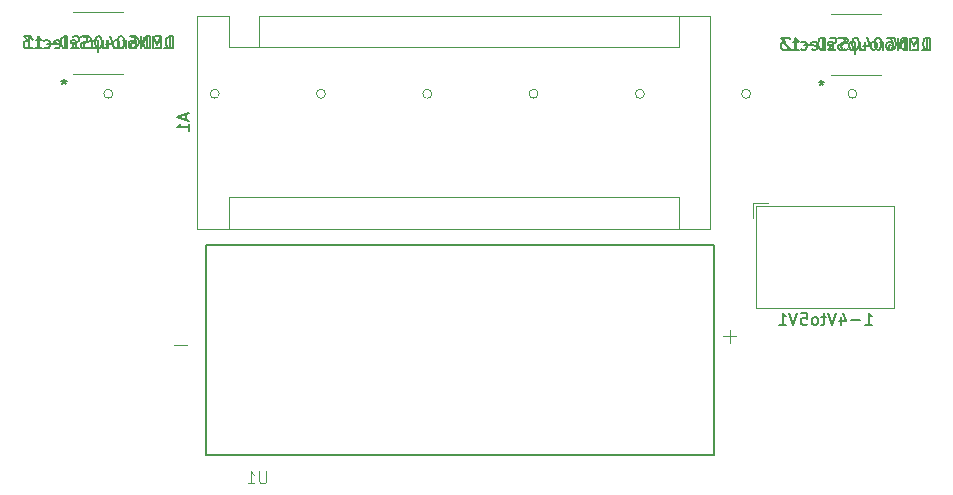
<source format=gbo>
G04 #@! TF.GenerationSoftware,KiCad,Pcbnew,(5.1.10)-1*
G04 #@! TF.CreationDate,2021-10-21T10:26:48-07:00*
G04 #@! TF.ProjectId,1spareparts,31737061-7265-4706-9172-74732e6b6963,rev?*
G04 #@! TF.SameCoordinates,Original*
G04 #@! TF.FileFunction,Legend,Bot*
G04 #@! TF.FilePolarity,Positive*
%FSLAX46Y46*%
G04 Gerber Fmt 4.6, Leading zero omitted, Abs format (unit mm)*
G04 Created by KiCad (PCBNEW (5.1.10)-1) date 2021-10-21 10:26:48*
%MOMM*%
%LPD*%
G01*
G04 APERTURE LIST*
%ADD10C,0.120000*%
%ADD11C,0.127000*%
%ADD12C,0.150000*%
%ADD13C,0.015000*%
G04 APERTURE END LIST*
D10*
X115796598Y-88328500D02*
X111580198Y-88328500D01*
X111580198Y-83121500D02*
X115796598Y-83121500D01*
D11*
X122772000Y-120650000D02*
X165772000Y-120650000D01*
X122772000Y-102870000D02*
X122772000Y-120650000D01*
X165772000Y-102870000D02*
X122772000Y-102870000D01*
X165772000Y-120650000D02*
X165772000Y-102870000D01*
D10*
X127254000Y-86106000D02*
X124714000Y-86106000D01*
X124714000Y-86106000D02*
X124714000Y-83436000D01*
X127254000Y-83436000D02*
X165484000Y-83436000D01*
X122044000Y-83436000D02*
X124714000Y-83436000D01*
X124714000Y-98806000D02*
X124714000Y-101476000D01*
X124714000Y-98806000D02*
X162814000Y-98806000D01*
X162814000Y-98806000D02*
X162814000Y-101476000D01*
X127254000Y-86106000D02*
X127254000Y-83436000D01*
X127254000Y-86106000D02*
X162814000Y-86106000D01*
X162814000Y-86106000D02*
X162814000Y-83436000D01*
X165484000Y-83436000D02*
X165484000Y-101476000D01*
X165484000Y-101476000D02*
X122044000Y-101476000D01*
X122044000Y-101476000D02*
X122044000Y-83436000D01*
X169109000Y-99300000D02*
X170349000Y-99300000D01*
X169109000Y-100540000D02*
X169109000Y-99300000D01*
X181070000Y-108160000D02*
X181070000Y-99540000D01*
X169349000Y-108160000D02*
X169349000Y-99540000D01*
X169349000Y-99540000D02*
X181070000Y-99540000D01*
X169349000Y-108160000D02*
X181070000Y-108160000D01*
X175691800Y-83248500D02*
X179908200Y-83248500D01*
X179908200Y-88455500D02*
X175691800Y-88455500D01*
X159911000Y-90043000D02*
G75*
G03*
X159911000Y-90043000I-381000J0D01*
G01*
X168911000Y-90043000D02*
G75*
G03*
X168911000Y-90043000I-381000J0D01*
G01*
X132911000Y-90043000D02*
G75*
G03*
X132911000Y-90043000I-381000J0D01*
G01*
X177911000Y-90043000D02*
G75*
G03*
X177911000Y-90043000I-381000J0D01*
G01*
X141911000Y-90043000D02*
G75*
G03*
X141911000Y-90043000I-381000J0D01*
G01*
X123911000Y-90043000D02*
G75*
G03*
X123911000Y-90043000I-381000J0D01*
G01*
X150911000Y-90043000D02*
G75*
G03*
X150911000Y-90043000I-381000J0D01*
G01*
X114911000Y-90043000D02*
G75*
G03*
X114911000Y-90043000I-381000J0D01*
G01*
D12*
X119283636Y-86177380D02*
X119759826Y-86177380D01*
X119759826Y-85177380D01*
X118950302Y-85653571D02*
X118616969Y-85653571D01*
X118474112Y-86177380D02*
X118950302Y-86177380D01*
X118950302Y-85177380D01*
X118474112Y-85177380D01*
X118045540Y-86177380D02*
X118045540Y-85177380D01*
X117807445Y-85177380D01*
X117664588Y-85225000D01*
X117569350Y-85320238D01*
X117521731Y-85415476D01*
X117474112Y-85605952D01*
X117474112Y-85748809D01*
X117521731Y-85939285D01*
X117569350Y-86034523D01*
X117664588Y-86129761D01*
X117807445Y-86177380D01*
X118045540Y-86177380D01*
X116521731Y-85225000D02*
X116616969Y-85177380D01*
X116759826Y-85177380D01*
X116902683Y-85225000D01*
X116997921Y-85320238D01*
X117045540Y-85415476D01*
X117093159Y-85605952D01*
X117093159Y-85748809D01*
X117045540Y-85939285D01*
X116997921Y-86034523D01*
X116902683Y-86129761D01*
X116759826Y-86177380D01*
X116664588Y-86177380D01*
X116521731Y-86129761D01*
X116474112Y-86082142D01*
X116474112Y-85748809D01*
X116664588Y-85748809D01*
X116045540Y-86177380D02*
X116045540Y-85510714D01*
X116045540Y-85701190D02*
X115997921Y-85605952D01*
X115950302Y-85558333D01*
X115855064Y-85510714D01*
X115759826Y-85510714D01*
X115283636Y-86177380D02*
X115378874Y-86129761D01*
X115426493Y-86082142D01*
X115474112Y-85986904D01*
X115474112Y-85701190D01*
X115426493Y-85605952D01*
X115378874Y-85558333D01*
X115283636Y-85510714D01*
X115140778Y-85510714D01*
X115045540Y-85558333D01*
X114997921Y-85605952D01*
X114950302Y-85701190D01*
X114950302Y-85986904D01*
X114997921Y-86082142D01*
X115045540Y-86129761D01*
X115140778Y-86177380D01*
X115283636Y-86177380D01*
X114093159Y-85510714D02*
X114093159Y-86177380D01*
X114521731Y-85510714D02*
X114521731Y-86034523D01*
X114474112Y-86129761D01*
X114378874Y-86177380D01*
X114236017Y-86177380D01*
X114140778Y-86129761D01*
X114093159Y-86082142D01*
X113616969Y-85510714D02*
X113616969Y-86510714D01*
X113616969Y-85558333D02*
X113521731Y-85510714D01*
X113331255Y-85510714D01*
X113236017Y-85558333D01*
X113188398Y-85605952D01*
X113140778Y-85701190D01*
X113140778Y-85986904D01*
X113188398Y-86082142D01*
X113236017Y-86129761D01*
X113331255Y-86177380D01*
X113521731Y-86177380D01*
X113616969Y-86129761D01*
X112759826Y-86129761D02*
X112616969Y-86177380D01*
X112378874Y-86177380D01*
X112283636Y-86129761D01*
X112236017Y-86082142D01*
X112188398Y-85986904D01*
X112188398Y-85891666D01*
X112236017Y-85796428D01*
X112283636Y-85748809D01*
X112378874Y-85701190D01*
X112569350Y-85653571D01*
X112664588Y-85605952D01*
X112712207Y-85558333D01*
X112759826Y-85463095D01*
X112759826Y-85367857D01*
X112712207Y-85272619D01*
X112664588Y-85225000D01*
X112569350Y-85177380D01*
X112331255Y-85177380D01*
X112188398Y-85225000D01*
X111378874Y-86129761D02*
X111474112Y-86177380D01*
X111664588Y-86177380D01*
X111759826Y-86129761D01*
X111807445Y-86034523D01*
X111807445Y-85653571D01*
X111759826Y-85558333D01*
X111664588Y-85510714D01*
X111474112Y-85510714D01*
X111378874Y-85558333D01*
X111331255Y-85653571D01*
X111331255Y-85748809D01*
X111807445Y-85844047D01*
X110759826Y-86177380D02*
X110855064Y-86129761D01*
X110902683Y-86034523D01*
X110902683Y-85177380D01*
X109997921Y-86129761D02*
X110093159Y-86177380D01*
X110283636Y-86177380D01*
X110378874Y-86129761D01*
X110426493Y-86034523D01*
X110426493Y-85653571D01*
X110378874Y-85558333D01*
X110283636Y-85510714D01*
X110093159Y-85510714D01*
X109997921Y-85558333D01*
X109950302Y-85653571D01*
X109950302Y-85748809D01*
X110426493Y-85844047D01*
X109093159Y-86129761D02*
X109188398Y-86177380D01*
X109378874Y-86177380D01*
X109474112Y-86129761D01*
X109521731Y-86082142D01*
X109569350Y-85986904D01*
X109569350Y-85701190D01*
X109521731Y-85605952D01*
X109474112Y-85558333D01*
X109378874Y-85510714D01*
X109188398Y-85510714D01*
X109093159Y-85558333D01*
X108807445Y-85510714D02*
X108426493Y-85510714D01*
X108664588Y-85177380D02*
X108664588Y-86034523D01*
X108616969Y-86129761D01*
X108521731Y-86177380D01*
X108426493Y-86177380D01*
X107569350Y-86177380D02*
X108140778Y-86177380D01*
X107855064Y-86177380D02*
X107855064Y-85177380D01*
X107950302Y-85320238D01*
X108045540Y-85415476D01*
X108140778Y-85463095D01*
X119974112Y-86177380D02*
X119974112Y-85177380D01*
X119736017Y-85177380D01*
X119593159Y-85225000D01*
X119497921Y-85320238D01*
X119450302Y-85415476D01*
X119402683Y-85605952D01*
X119402683Y-85748809D01*
X119450302Y-85939285D01*
X119497921Y-86034523D01*
X119593159Y-86129761D01*
X119736017Y-86177380D01*
X119974112Y-86177380D01*
X118974112Y-86177380D02*
X118974112Y-85177380D01*
X118640778Y-85891666D01*
X118307445Y-85177380D01*
X118307445Y-86177380D01*
X117831255Y-86177380D02*
X117831255Y-85177380D01*
X117259826Y-86177380D01*
X117259826Y-85177380D01*
X116355064Y-85177380D02*
X116545540Y-85177380D01*
X116640778Y-85225000D01*
X116688398Y-85272619D01*
X116783636Y-85415476D01*
X116831255Y-85605952D01*
X116831255Y-85986904D01*
X116783636Y-86082142D01*
X116736017Y-86129761D01*
X116640778Y-86177380D01*
X116450302Y-86177380D01*
X116355064Y-86129761D01*
X116307445Y-86082142D01*
X116259826Y-85986904D01*
X116259826Y-85748809D01*
X116307445Y-85653571D01*
X116355064Y-85605952D01*
X116450302Y-85558333D01*
X116640778Y-85558333D01*
X116736017Y-85605952D01*
X116783636Y-85653571D01*
X116831255Y-85748809D01*
X115640778Y-85177380D02*
X115545540Y-85177380D01*
X115450302Y-85225000D01*
X115402683Y-85272619D01*
X115355064Y-85367857D01*
X115307445Y-85558333D01*
X115307445Y-85796428D01*
X115355064Y-85986904D01*
X115402683Y-86082142D01*
X115450302Y-86129761D01*
X115545540Y-86177380D01*
X115640778Y-86177380D01*
X115736017Y-86129761D01*
X115783636Y-86082142D01*
X115831255Y-85986904D01*
X115878874Y-85796428D01*
X115878874Y-85558333D01*
X115831255Y-85367857D01*
X115783636Y-85272619D01*
X115736017Y-85225000D01*
X115640778Y-85177380D01*
X114450302Y-85510714D02*
X114450302Y-86177380D01*
X114688398Y-85129761D02*
X114926493Y-85844047D01*
X114307445Y-85844047D01*
X113736017Y-85177380D02*
X113640778Y-85177380D01*
X113545540Y-85225000D01*
X113497921Y-85272619D01*
X113450302Y-85367857D01*
X113402683Y-85558333D01*
X113402683Y-85796428D01*
X113450302Y-85986904D01*
X113497921Y-86082142D01*
X113545540Y-86129761D01*
X113640778Y-86177380D01*
X113736017Y-86177380D01*
X113831255Y-86129761D01*
X113878874Y-86082142D01*
X113926493Y-85986904D01*
X113974112Y-85796428D01*
X113974112Y-85558333D01*
X113926493Y-85367857D01*
X113878874Y-85272619D01*
X113831255Y-85225000D01*
X113736017Y-85177380D01*
X113021731Y-86129761D02*
X112878874Y-86177380D01*
X112640778Y-86177380D01*
X112545540Y-86129761D01*
X112497921Y-86082142D01*
X112450302Y-85986904D01*
X112450302Y-85891666D01*
X112497921Y-85796428D01*
X112545540Y-85748809D01*
X112640778Y-85701190D01*
X112831255Y-85653571D01*
X112926493Y-85605952D01*
X112974112Y-85558333D01*
X113021731Y-85463095D01*
X113021731Y-85367857D01*
X112974112Y-85272619D01*
X112926493Y-85225000D01*
X112831255Y-85177380D01*
X112593159Y-85177380D01*
X112450302Y-85225000D01*
X112069350Y-86129761D02*
X111926493Y-86177380D01*
X111688398Y-86177380D01*
X111593159Y-86129761D01*
X111545540Y-86082142D01*
X111497921Y-85986904D01*
X111497921Y-85891666D01*
X111545540Y-85796428D01*
X111593159Y-85748809D01*
X111688398Y-85701190D01*
X111878874Y-85653571D01*
X111974112Y-85605952D01*
X112021731Y-85558333D01*
X112069350Y-85463095D01*
X112069350Y-85367857D01*
X112021731Y-85272619D01*
X111974112Y-85225000D01*
X111878874Y-85177380D01*
X111640778Y-85177380D01*
X111497921Y-85225000D01*
X111069350Y-86177380D02*
X111069350Y-85177380D01*
X110831255Y-85177380D01*
X110688398Y-85225000D01*
X110593159Y-85320238D01*
X110545540Y-85415476D01*
X110497921Y-85605952D01*
X110497921Y-85748809D01*
X110545540Y-85939285D01*
X110593159Y-86034523D01*
X110688398Y-86129761D01*
X110831255Y-86177380D01*
X111069350Y-86177380D01*
X110069350Y-85796428D02*
X109307445Y-85796428D01*
X108307445Y-86177380D02*
X108878874Y-86177380D01*
X108593159Y-86177380D02*
X108593159Y-85177380D01*
X108688398Y-85320238D01*
X108783636Y-85415476D01*
X108878874Y-85463095D01*
X107974112Y-85177380D02*
X107355064Y-85177380D01*
X107688398Y-85558333D01*
X107545540Y-85558333D01*
X107450302Y-85605952D01*
X107402683Y-85653571D01*
X107355064Y-85748809D01*
X107355064Y-85986904D01*
X107402683Y-86082142D01*
X107450302Y-86129761D01*
X107545540Y-86177380D01*
X107831255Y-86177380D01*
X107926493Y-86129761D01*
X107974112Y-86082142D01*
X110790798Y-88784180D02*
X110790798Y-89022276D01*
X111028893Y-88927038D02*
X110790798Y-89022276D01*
X110552702Y-88927038D01*
X110933655Y-89212752D02*
X110790798Y-89022276D01*
X110647940Y-89212752D01*
X110790798Y-88784180D02*
X110790798Y-89022276D01*
X111028893Y-88927038D02*
X110790798Y-89022276D01*
X110552702Y-88927038D01*
X110933655Y-89212752D02*
X110790798Y-89022276D01*
X110647940Y-89212752D01*
D13*
X127888904Y-122007380D02*
X127888904Y-122816904D01*
X127841285Y-122912142D01*
X127793666Y-122959761D01*
X127698428Y-123007380D01*
X127507952Y-123007380D01*
X127412714Y-122959761D01*
X127365095Y-122912142D01*
X127317476Y-122816904D01*
X127317476Y-122007380D01*
X126317476Y-123007380D02*
X126888904Y-123007380D01*
X126603190Y-123007380D02*
X126603190Y-122007380D01*
X126698428Y-122150238D01*
X126793666Y-122245476D01*
X126888904Y-122293095D01*
X121183333Y-111352000D02*
X120116666Y-111352000D01*
X167665333Y-110590000D02*
X166598666Y-110590000D01*
X167132000Y-111123333D02*
X167132000Y-110056666D01*
D12*
X121070666Y-91741714D02*
X121070666Y-92217904D01*
X121356380Y-91646476D02*
X120356380Y-91979809D01*
X121356380Y-92313142D01*
X121356380Y-93170285D02*
X121356380Y-92598857D01*
X121356380Y-92884571D02*
X120356380Y-92884571D01*
X120499238Y-92789333D01*
X120594476Y-92694095D01*
X120642095Y-92598857D01*
X178617142Y-109612380D02*
X179188571Y-109612380D01*
X178902857Y-109612380D02*
X178902857Y-108612380D01*
X178998095Y-108755238D01*
X179093333Y-108850476D01*
X179188571Y-108898095D01*
X178188571Y-109231428D02*
X177426666Y-109231428D01*
X176521904Y-108945714D02*
X176521904Y-109612380D01*
X176760000Y-108564761D02*
X176998095Y-109279047D01*
X176379047Y-109279047D01*
X176140952Y-108612380D02*
X175807619Y-109612380D01*
X175474285Y-108612380D01*
X175283809Y-108945714D02*
X174902857Y-108945714D01*
X175140952Y-108612380D02*
X175140952Y-109469523D01*
X175093333Y-109564761D01*
X174998095Y-109612380D01*
X174902857Y-109612380D01*
X174426666Y-109612380D02*
X174521904Y-109564761D01*
X174569523Y-109517142D01*
X174617142Y-109421904D01*
X174617142Y-109136190D01*
X174569523Y-109040952D01*
X174521904Y-108993333D01*
X174426666Y-108945714D01*
X174283809Y-108945714D01*
X174188571Y-108993333D01*
X174140952Y-109040952D01*
X174093333Y-109136190D01*
X174093333Y-109421904D01*
X174140952Y-109517142D01*
X174188571Y-109564761D01*
X174283809Y-109612380D01*
X174426666Y-109612380D01*
X173188571Y-108612380D02*
X173664761Y-108612380D01*
X173712380Y-109088571D01*
X173664761Y-109040952D01*
X173569523Y-108993333D01*
X173331428Y-108993333D01*
X173236190Y-109040952D01*
X173188571Y-109088571D01*
X173140952Y-109183809D01*
X173140952Y-109421904D01*
X173188571Y-109517142D01*
X173236190Y-109564761D01*
X173331428Y-109612380D01*
X173569523Y-109612380D01*
X173664761Y-109564761D01*
X173712380Y-109517142D01*
X172855238Y-108612380D02*
X172521904Y-109612380D01*
X172188571Y-108612380D01*
X171331428Y-109612380D02*
X171902857Y-109612380D01*
X171617142Y-109612380D02*
X171617142Y-108612380D01*
X171712380Y-108755238D01*
X171807619Y-108850476D01*
X171902857Y-108898095D01*
X183395238Y-86304380D02*
X183871428Y-86304380D01*
X183871428Y-85304380D01*
X183061904Y-85780571D02*
X182728571Y-85780571D01*
X182585714Y-86304380D02*
X183061904Y-86304380D01*
X183061904Y-85304380D01*
X182585714Y-85304380D01*
X182157142Y-86304380D02*
X182157142Y-85304380D01*
X181919047Y-85304380D01*
X181776190Y-85352000D01*
X181680952Y-85447238D01*
X181633333Y-85542476D01*
X181585714Y-85732952D01*
X181585714Y-85875809D01*
X181633333Y-86066285D01*
X181680952Y-86161523D01*
X181776190Y-86256761D01*
X181919047Y-86304380D01*
X182157142Y-86304380D01*
X180633333Y-85352000D02*
X180728571Y-85304380D01*
X180871428Y-85304380D01*
X181014285Y-85352000D01*
X181109523Y-85447238D01*
X181157142Y-85542476D01*
X181204761Y-85732952D01*
X181204761Y-85875809D01*
X181157142Y-86066285D01*
X181109523Y-86161523D01*
X181014285Y-86256761D01*
X180871428Y-86304380D01*
X180776190Y-86304380D01*
X180633333Y-86256761D01*
X180585714Y-86209142D01*
X180585714Y-85875809D01*
X180776190Y-85875809D01*
X180157142Y-86304380D02*
X180157142Y-85637714D01*
X180157142Y-85828190D02*
X180109523Y-85732952D01*
X180061904Y-85685333D01*
X179966666Y-85637714D01*
X179871428Y-85637714D01*
X179395238Y-86304380D02*
X179490476Y-86256761D01*
X179538095Y-86209142D01*
X179585714Y-86113904D01*
X179585714Y-85828190D01*
X179538095Y-85732952D01*
X179490476Y-85685333D01*
X179395238Y-85637714D01*
X179252380Y-85637714D01*
X179157142Y-85685333D01*
X179109523Y-85732952D01*
X179061904Y-85828190D01*
X179061904Y-86113904D01*
X179109523Y-86209142D01*
X179157142Y-86256761D01*
X179252380Y-86304380D01*
X179395238Y-86304380D01*
X178204761Y-85637714D02*
X178204761Y-86304380D01*
X178633333Y-85637714D02*
X178633333Y-86161523D01*
X178585714Y-86256761D01*
X178490476Y-86304380D01*
X178347619Y-86304380D01*
X178252380Y-86256761D01*
X178204761Y-86209142D01*
X177728571Y-85637714D02*
X177728571Y-86637714D01*
X177728571Y-85685333D02*
X177633333Y-85637714D01*
X177442857Y-85637714D01*
X177347619Y-85685333D01*
X177300000Y-85732952D01*
X177252380Y-85828190D01*
X177252380Y-86113904D01*
X177300000Y-86209142D01*
X177347619Y-86256761D01*
X177442857Y-86304380D01*
X177633333Y-86304380D01*
X177728571Y-86256761D01*
X176871428Y-86256761D02*
X176728571Y-86304380D01*
X176490476Y-86304380D01*
X176395238Y-86256761D01*
X176347619Y-86209142D01*
X176300000Y-86113904D01*
X176300000Y-86018666D01*
X176347619Y-85923428D01*
X176395238Y-85875809D01*
X176490476Y-85828190D01*
X176680952Y-85780571D01*
X176776190Y-85732952D01*
X176823809Y-85685333D01*
X176871428Y-85590095D01*
X176871428Y-85494857D01*
X176823809Y-85399619D01*
X176776190Y-85352000D01*
X176680952Y-85304380D01*
X176442857Y-85304380D01*
X176300000Y-85352000D01*
X175490476Y-86256761D02*
X175585714Y-86304380D01*
X175776190Y-86304380D01*
X175871428Y-86256761D01*
X175919047Y-86161523D01*
X175919047Y-85780571D01*
X175871428Y-85685333D01*
X175776190Y-85637714D01*
X175585714Y-85637714D01*
X175490476Y-85685333D01*
X175442857Y-85780571D01*
X175442857Y-85875809D01*
X175919047Y-85971047D01*
X174871428Y-86304380D02*
X174966666Y-86256761D01*
X175014285Y-86161523D01*
X175014285Y-85304380D01*
X174109523Y-86256761D02*
X174204761Y-86304380D01*
X174395238Y-86304380D01*
X174490476Y-86256761D01*
X174538095Y-86161523D01*
X174538095Y-85780571D01*
X174490476Y-85685333D01*
X174395238Y-85637714D01*
X174204761Y-85637714D01*
X174109523Y-85685333D01*
X174061904Y-85780571D01*
X174061904Y-85875809D01*
X174538095Y-85971047D01*
X173204761Y-86256761D02*
X173300000Y-86304380D01*
X173490476Y-86304380D01*
X173585714Y-86256761D01*
X173633333Y-86209142D01*
X173680952Y-86113904D01*
X173680952Y-85828190D01*
X173633333Y-85732952D01*
X173585714Y-85685333D01*
X173490476Y-85637714D01*
X173300000Y-85637714D01*
X173204761Y-85685333D01*
X172919047Y-85637714D02*
X172538095Y-85637714D01*
X172776190Y-85304380D02*
X172776190Y-86161523D01*
X172728571Y-86256761D01*
X172633333Y-86304380D01*
X172538095Y-86304380D01*
X172252380Y-85399619D02*
X172204761Y-85352000D01*
X172109523Y-85304380D01*
X171871428Y-85304380D01*
X171776190Y-85352000D01*
X171728571Y-85399619D01*
X171680952Y-85494857D01*
X171680952Y-85590095D01*
X171728571Y-85732952D01*
X172300000Y-86304380D01*
X171680952Y-86304380D01*
X184085714Y-86304380D02*
X184085714Y-85304380D01*
X183847619Y-85304380D01*
X183704761Y-85352000D01*
X183609523Y-85447238D01*
X183561904Y-85542476D01*
X183514285Y-85732952D01*
X183514285Y-85875809D01*
X183561904Y-86066285D01*
X183609523Y-86161523D01*
X183704761Y-86256761D01*
X183847619Y-86304380D01*
X184085714Y-86304380D01*
X183085714Y-86304380D02*
X183085714Y-85304380D01*
X182752380Y-86018666D01*
X182419047Y-85304380D01*
X182419047Y-86304380D01*
X181942857Y-86304380D02*
X181942857Y-85304380D01*
X181371428Y-86304380D01*
X181371428Y-85304380D01*
X180466666Y-85304380D02*
X180657142Y-85304380D01*
X180752380Y-85352000D01*
X180800000Y-85399619D01*
X180895238Y-85542476D01*
X180942857Y-85732952D01*
X180942857Y-86113904D01*
X180895238Y-86209142D01*
X180847619Y-86256761D01*
X180752380Y-86304380D01*
X180561904Y-86304380D01*
X180466666Y-86256761D01*
X180419047Y-86209142D01*
X180371428Y-86113904D01*
X180371428Y-85875809D01*
X180419047Y-85780571D01*
X180466666Y-85732952D01*
X180561904Y-85685333D01*
X180752380Y-85685333D01*
X180847619Y-85732952D01*
X180895238Y-85780571D01*
X180942857Y-85875809D01*
X179752380Y-85304380D02*
X179657142Y-85304380D01*
X179561904Y-85352000D01*
X179514285Y-85399619D01*
X179466666Y-85494857D01*
X179419047Y-85685333D01*
X179419047Y-85923428D01*
X179466666Y-86113904D01*
X179514285Y-86209142D01*
X179561904Y-86256761D01*
X179657142Y-86304380D01*
X179752380Y-86304380D01*
X179847619Y-86256761D01*
X179895238Y-86209142D01*
X179942857Y-86113904D01*
X179990476Y-85923428D01*
X179990476Y-85685333D01*
X179942857Y-85494857D01*
X179895238Y-85399619D01*
X179847619Y-85352000D01*
X179752380Y-85304380D01*
X178561904Y-85637714D02*
X178561904Y-86304380D01*
X178800000Y-85256761D02*
X179038095Y-85971047D01*
X178419047Y-85971047D01*
X177847619Y-85304380D02*
X177752380Y-85304380D01*
X177657142Y-85352000D01*
X177609523Y-85399619D01*
X177561904Y-85494857D01*
X177514285Y-85685333D01*
X177514285Y-85923428D01*
X177561904Y-86113904D01*
X177609523Y-86209142D01*
X177657142Y-86256761D01*
X177752380Y-86304380D01*
X177847619Y-86304380D01*
X177942857Y-86256761D01*
X177990476Y-86209142D01*
X178038095Y-86113904D01*
X178085714Y-85923428D01*
X178085714Y-85685333D01*
X178038095Y-85494857D01*
X177990476Y-85399619D01*
X177942857Y-85352000D01*
X177847619Y-85304380D01*
X177133333Y-86256761D02*
X176990476Y-86304380D01*
X176752380Y-86304380D01*
X176657142Y-86256761D01*
X176609523Y-86209142D01*
X176561904Y-86113904D01*
X176561904Y-86018666D01*
X176609523Y-85923428D01*
X176657142Y-85875809D01*
X176752380Y-85828190D01*
X176942857Y-85780571D01*
X177038095Y-85732952D01*
X177085714Y-85685333D01*
X177133333Y-85590095D01*
X177133333Y-85494857D01*
X177085714Y-85399619D01*
X177038095Y-85352000D01*
X176942857Y-85304380D01*
X176704761Y-85304380D01*
X176561904Y-85352000D01*
X176180952Y-86256761D02*
X176038095Y-86304380D01*
X175800000Y-86304380D01*
X175704761Y-86256761D01*
X175657142Y-86209142D01*
X175609523Y-86113904D01*
X175609523Y-86018666D01*
X175657142Y-85923428D01*
X175704761Y-85875809D01*
X175800000Y-85828190D01*
X175990476Y-85780571D01*
X176085714Y-85732952D01*
X176133333Y-85685333D01*
X176180952Y-85590095D01*
X176180952Y-85494857D01*
X176133333Y-85399619D01*
X176085714Y-85352000D01*
X175990476Y-85304380D01*
X175752380Y-85304380D01*
X175609523Y-85352000D01*
X175180952Y-86304380D02*
X175180952Y-85304380D01*
X174942857Y-85304380D01*
X174800000Y-85352000D01*
X174704761Y-85447238D01*
X174657142Y-85542476D01*
X174609523Y-85732952D01*
X174609523Y-85875809D01*
X174657142Y-86066285D01*
X174704761Y-86161523D01*
X174800000Y-86256761D01*
X174942857Y-86304380D01*
X175180952Y-86304380D01*
X174180952Y-85923428D02*
X173419047Y-85923428D01*
X172419047Y-86304380D02*
X172990476Y-86304380D01*
X172704761Y-86304380D02*
X172704761Y-85304380D01*
X172800000Y-85447238D01*
X172895238Y-85542476D01*
X172990476Y-85590095D01*
X172085714Y-85304380D02*
X171466666Y-85304380D01*
X171800000Y-85685333D01*
X171657142Y-85685333D01*
X171561904Y-85732952D01*
X171514285Y-85780571D01*
X171466666Y-85875809D01*
X171466666Y-86113904D01*
X171514285Y-86209142D01*
X171561904Y-86256761D01*
X171657142Y-86304380D01*
X171942857Y-86304380D01*
X172038095Y-86256761D01*
X172085714Y-86209142D01*
X174902400Y-88911180D02*
X174902400Y-89149276D01*
X175140495Y-89054038D02*
X174902400Y-89149276D01*
X174664304Y-89054038D01*
X175045257Y-89339752D02*
X174902400Y-89149276D01*
X174759542Y-89339752D01*
X174902400Y-88911180D02*
X174902400Y-89149276D01*
X175140495Y-89054038D02*
X174902400Y-89149276D01*
X174664304Y-89054038D01*
X175045257Y-89339752D02*
X174902400Y-89149276D01*
X174759542Y-89339752D01*
M02*

</source>
